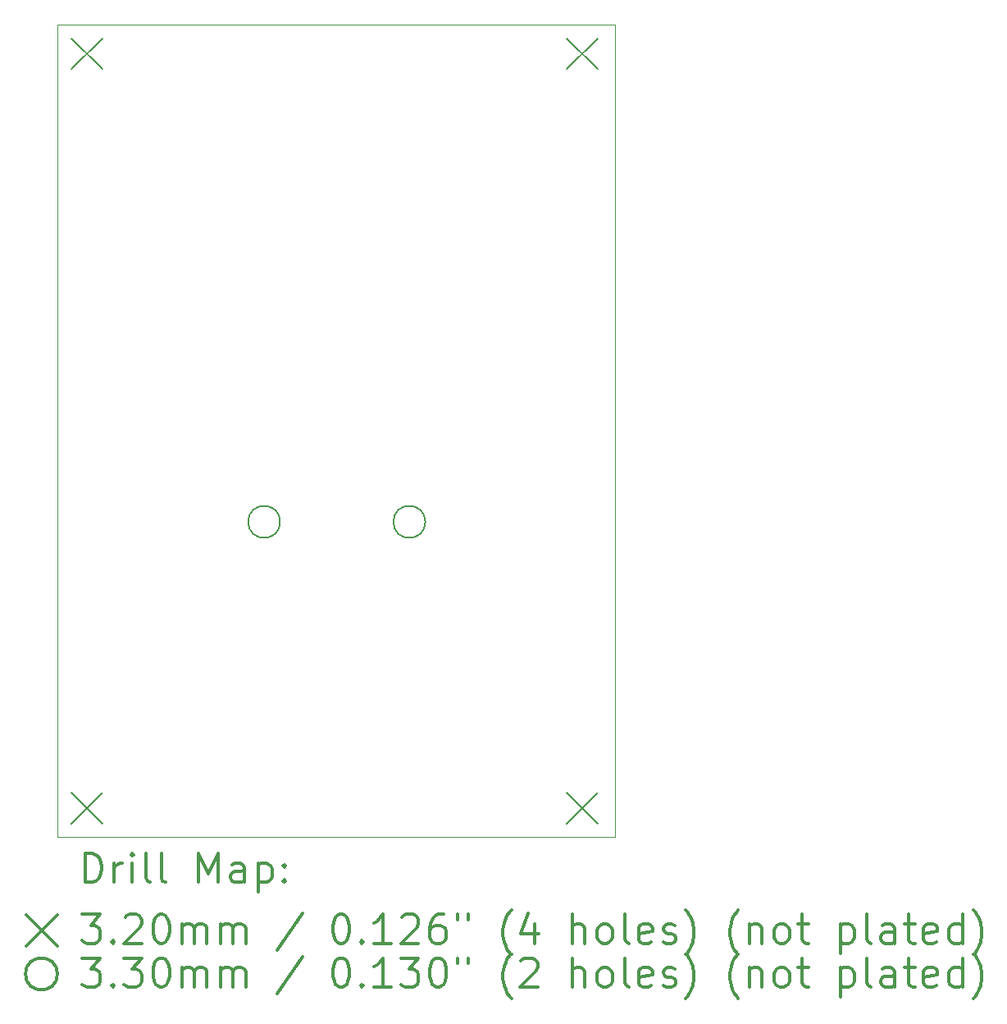
<source format=gbr>
%FSLAX45Y45*%
G04 Gerber Fmt 4.5, Leading zero omitted, Abs format (unit mm)*
G04 Created by KiCad (PCBNEW 5.1.5+dfsg1-2build2) date 2021-11-16 19:48:52*
%MOMM*%
%LPD*%
G04 APERTURE LIST*
%TA.AperFunction,Profile*%
%ADD10C,0.050000*%
%TD*%
%ADD11C,0.200000*%
%ADD12C,0.300000*%
G04 APERTURE END LIST*
D10*
X20868000Y-12954000D02*
X20868000Y-4572000D01*
X15113000Y-12954000D02*
X20868000Y-12954000D01*
X15113000Y-4572000D02*
X20868000Y-4572000D01*
X15113000Y-12954000D02*
X15113000Y-4572000D01*
D11*
X15253000Y-12494000D02*
X15573000Y-12814000D01*
X15573000Y-12494000D02*
X15253000Y-12814000D01*
X20368000Y-12494000D02*
X20688000Y-12814000D01*
X20688000Y-12494000D02*
X20368000Y-12814000D01*
X15253000Y-4712000D02*
X15573000Y-5032000D01*
X15573000Y-4712000D02*
X15253000Y-5032000D01*
X20368000Y-4712000D02*
X20688000Y-5032000D01*
X20688000Y-4712000D02*
X20368000Y-5032000D01*
X17410000Y-9701500D02*
G75*
G03X17410000Y-9701500I-165000J0D01*
G01*
X18909000Y-9701500D02*
G75*
G03X18909000Y-9701500I-165000J0D01*
G01*
D12*
X15396928Y-13422214D02*
X15396928Y-13122214D01*
X15468357Y-13122214D01*
X15511214Y-13136500D01*
X15539786Y-13165071D01*
X15554071Y-13193643D01*
X15568357Y-13250786D01*
X15568357Y-13293643D01*
X15554071Y-13350786D01*
X15539786Y-13379357D01*
X15511214Y-13407929D01*
X15468357Y-13422214D01*
X15396928Y-13422214D01*
X15696928Y-13422214D02*
X15696928Y-13222214D01*
X15696928Y-13279357D02*
X15711214Y-13250786D01*
X15725500Y-13236500D01*
X15754071Y-13222214D01*
X15782643Y-13222214D01*
X15882643Y-13422214D02*
X15882643Y-13222214D01*
X15882643Y-13122214D02*
X15868357Y-13136500D01*
X15882643Y-13150786D01*
X15896928Y-13136500D01*
X15882643Y-13122214D01*
X15882643Y-13150786D01*
X16068357Y-13422214D02*
X16039786Y-13407929D01*
X16025500Y-13379357D01*
X16025500Y-13122214D01*
X16225500Y-13422214D02*
X16196928Y-13407929D01*
X16182643Y-13379357D01*
X16182643Y-13122214D01*
X16568357Y-13422214D02*
X16568357Y-13122214D01*
X16668357Y-13336500D01*
X16768357Y-13122214D01*
X16768357Y-13422214D01*
X17039786Y-13422214D02*
X17039786Y-13265071D01*
X17025500Y-13236500D01*
X16996928Y-13222214D01*
X16939786Y-13222214D01*
X16911214Y-13236500D01*
X17039786Y-13407929D02*
X17011214Y-13422214D01*
X16939786Y-13422214D01*
X16911214Y-13407929D01*
X16896928Y-13379357D01*
X16896928Y-13350786D01*
X16911214Y-13322214D01*
X16939786Y-13307929D01*
X17011214Y-13307929D01*
X17039786Y-13293643D01*
X17182643Y-13222214D02*
X17182643Y-13522214D01*
X17182643Y-13236500D02*
X17211214Y-13222214D01*
X17268357Y-13222214D01*
X17296928Y-13236500D01*
X17311214Y-13250786D01*
X17325500Y-13279357D01*
X17325500Y-13365071D01*
X17311214Y-13393643D01*
X17296928Y-13407929D01*
X17268357Y-13422214D01*
X17211214Y-13422214D01*
X17182643Y-13407929D01*
X17454071Y-13393643D02*
X17468357Y-13407929D01*
X17454071Y-13422214D01*
X17439786Y-13407929D01*
X17454071Y-13393643D01*
X17454071Y-13422214D01*
X17454071Y-13236500D02*
X17468357Y-13250786D01*
X17454071Y-13265071D01*
X17439786Y-13250786D01*
X17454071Y-13236500D01*
X17454071Y-13265071D01*
X14790500Y-13756500D02*
X15110500Y-14076500D01*
X15110500Y-13756500D02*
X14790500Y-14076500D01*
X15368357Y-13752214D02*
X15554071Y-13752214D01*
X15454071Y-13866500D01*
X15496928Y-13866500D01*
X15525500Y-13880786D01*
X15539786Y-13895071D01*
X15554071Y-13923643D01*
X15554071Y-13995071D01*
X15539786Y-14023643D01*
X15525500Y-14037929D01*
X15496928Y-14052214D01*
X15411214Y-14052214D01*
X15382643Y-14037929D01*
X15368357Y-14023643D01*
X15682643Y-14023643D02*
X15696928Y-14037929D01*
X15682643Y-14052214D01*
X15668357Y-14037929D01*
X15682643Y-14023643D01*
X15682643Y-14052214D01*
X15811214Y-13780786D02*
X15825500Y-13766500D01*
X15854071Y-13752214D01*
X15925500Y-13752214D01*
X15954071Y-13766500D01*
X15968357Y-13780786D01*
X15982643Y-13809357D01*
X15982643Y-13837929D01*
X15968357Y-13880786D01*
X15796928Y-14052214D01*
X15982643Y-14052214D01*
X16168357Y-13752214D02*
X16196928Y-13752214D01*
X16225500Y-13766500D01*
X16239786Y-13780786D01*
X16254071Y-13809357D01*
X16268357Y-13866500D01*
X16268357Y-13937929D01*
X16254071Y-13995071D01*
X16239786Y-14023643D01*
X16225500Y-14037929D01*
X16196928Y-14052214D01*
X16168357Y-14052214D01*
X16139786Y-14037929D01*
X16125500Y-14023643D01*
X16111214Y-13995071D01*
X16096928Y-13937929D01*
X16096928Y-13866500D01*
X16111214Y-13809357D01*
X16125500Y-13780786D01*
X16139786Y-13766500D01*
X16168357Y-13752214D01*
X16396928Y-14052214D02*
X16396928Y-13852214D01*
X16396928Y-13880786D02*
X16411214Y-13866500D01*
X16439786Y-13852214D01*
X16482643Y-13852214D01*
X16511214Y-13866500D01*
X16525500Y-13895071D01*
X16525500Y-14052214D01*
X16525500Y-13895071D02*
X16539786Y-13866500D01*
X16568357Y-13852214D01*
X16611214Y-13852214D01*
X16639786Y-13866500D01*
X16654071Y-13895071D01*
X16654071Y-14052214D01*
X16796928Y-14052214D02*
X16796928Y-13852214D01*
X16796928Y-13880786D02*
X16811214Y-13866500D01*
X16839786Y-13852214D01*
X16882643Y-13852214D01*
X16911214Y-13866500D01*
X16925500Y-13895071D01*
X16925500Y-14052214D01*
X16925500Y-13895071D02*
X16939786Y-13866500D01*
X16968357Y-13852214D01*
X17011214Y-13852214D01*
X17039786Y-13866500D01*
X17054071Y-13895071D01*
X17054071Y-14052214D01*
X17639786Y-13737929D02*
X17382643Y-14123643D01*
X18025500Y-13752214D02*
X18054071Y-13752214D01*
X18082643Y-13766500D01*
X18096928Y-13780786D01*
X18111214Y-13809357D01*
X18125500Y-13866500D01*
X18125500Y-13937929D01*
X18111214Y-13995071D01*
X18096928Y-14023643D01*
X18082643Y-14037929D01*
X18054071Y-14052214D01*
X18025500Y-14052214D01*
X17996928Y-14037929D01*
X17982643Y-14023643D01*
X17968357Y-13995071D01*
X17954071Y-13937929D01*
X17954071Y-13866500D01*
X17968357Y-13809357D01*
X17982643Y-13780786D01*
X17996928Y-13766500D01*
X18025500Y-13752214D01*
X18254071Y-14023643D02*
X18268357Y-14037929D01*
X18254071Y-14052214D01*
X18239786Y-14037929D01*
X18254071Y-14023643D01*
X18254071Y-14052214D01*
X18554071Y-14052214D02*
X18382643Y-14052214D01*
X18468357Y-14052214D02*
X18468357Y-13752214D01*
X18439786Y-13795071D01*
X18411214Y-13823643D01*
X18382643Y-13837929D01*
X18668357Y-13780786D02*
X18682643Y-13766500D01*
X18711214Y-13752214D01*
X18782643Y-13752214D01*
X18811214Y-13766500D01*
X18825500Y-13780786D01*
X18839786Y-13809357D01*
X18839786Y-13837929D01*
X18825500Y-13880786D01*
X18654071Y-14052214D01*
X18839786Y-14052214D01*
X19096928Y-13752214D02*
X19039786Y-13752214D01*
X19011214Y-13766500D01*
X18996928Y-13780786D01*
X18968357Y-13823643D01*
X18954071Y-13880786D01*
X18954071Y-13995071D01*
X18968357Y-14023643D01*
X18982643Y-14037929D01*
X19011214Y-14052214D01*
X19068357Y-14052214D01*
X19096928Y-14037929D01*
X19111214Y-14023643D01*
X19125500Y-13995071D01*
X19125500Y-13923643D01*
X19111214Y-13895071D01*
X19096928Y-13880786D01*
X19068357Y-13866500D01*
X19011214Y-13866500D01*
X18982643Y-13880786D01*
X18968357Y-13895071D01*
X18954071Y-13923643D01*
X19239786Y-13752214D02*
X19239786Y-13809357D01*
X19354071Y-13752214D02*
X19354071Y-13809357D01*
X19796928Y-14166500D02*
X19782643Y-14152214D01*
X19754071Y-14109357D01*
X19739786Y-14080786D01*
X19725500Y-14037929D01*
X19711214Y-13966500D01*
X19711214Y-13909357D01*
X19725500Y-13837929D01*
X19739786Y-13795071D01*
X19754071Y-13766500D01*
X19782643Y-13723643D01*
X19796928Y-13709357D01*
X20039786Y-13852214D02*
X20039786Y-14052214D01*
X19968357Y-13737929D02*
X19896928Y-13952214D01*
X20082643Y-13952214D01*
X20425500Y-14052214D02*
X20425500Y-13752214D01*
X20554071Y-14052214D02*
X20554071Y-13895071D01*
X20539786Y-13866500D01*
X20511214Y-13852214D01*
X20468357Y-13852214D01*
X20439786Y-13866500D01*
X20425500Y-13880786D01*
X20739786Y-14052214D02*
X20711214Y-14037929D01*
X20696928Y-14023643D01*
X20682643Y-13995071D01*
X20682643Y-13909357D01*
X20696928Y-13880786D01*
X20711214Y-13866500D01*
X20739786Y-13852214D01*
X20782643Y-13852214D01*
X20811214Y-13866500D01*
X20825500Y-13880786D01*
X20839786Y-13909357D01*
X20839786Y-13995071D01*
X20825500Y-14023643D01*
X20811214Y-14037929D01*
X20782643Y-14052214D01*
X20739786Y-14052214D01*
X21011214Y-14052214D02*
X20982643Y-14037929D01*
X20968357Y-14009357D01*
X20968357Y-13752214D01*
X21239786Y-14037929D02*
X21211214Y-14052214D01*
X21154071Y-14052214D01*
X21125500Y-14037929D01*
X21111214Y-14009357D01*
X21111214Y-13895071D01*
X21125500Y-13866500D01*
X21154071Y-13852214D01*
X21211214Y-13852214D01*
X21239786Y-13866500D01*
X21254071Y-13895071D01*
X21254071Y-13923643D01*
X21111214Y-13952214D01*
X21368357Y-14037929D02*
X21396928Y-14052214D01*
X21454071Y-14052214D01*
X21482643Y-14037929D01*
X21496928Y-14009357D01*
X21496928Y-13995071D01*
X21482643Y-13966500D01*
X21454071Y-13952214D01*
X21411214Y-13952214D01*
X21382643Y-13937929D01*
X21368357Y-13909357D01*
X21368357Y-13895071D01*
X21382643Y-13866500D01*
X21411214Y-13852214D01*
X21454071Y-13852214D01*
X21482643Y-13866500D01*
X21596928Y-14166500D02*
X21611214Y-14152214D01*
X21639786Y-14109357D01*
X21654071Y-14080786D01*
X21668357Y-14037929D01*
X21682643Y-13966500D01*
X21682643Y-13909357D01*
X21668357Y-13837929D01*
X21654071Y-13795071D01*
X21639786Y-13766500D01*
X21611214Y-13723643D01*
X21596928Y-13709357D01*
X22139786Y-14166500D02*
X22125500Y-14152214D01*
X22096928Y-14109357D01*
X22082643Y-14080786D01*
X22068357Y-14037929D01*
X22054071Y-13966500D01*
X22054071Y-13909357D01*
X22068357Y-13837929D01*
X22082643Y-13795071D01*
X22096928Y-13766500D01*
X22125500Y-13723643D01*
X22139786Y-13709357D01*
X22254071Y-13852214D02*
X22254071Y-14052214D01*
X22254071Y-13880786D02*
X22268357Y-13866500D01*
X22296928Y-13852214D01*
X22339786Y-13852214D01*
X22368357Y-13866500D01*
X22382643Y-13895071D01*
X22382643Y-14052214D01*
X22568357Y-14052214D02*
X22539786Y-14037929D01*
X22525500Y-14023643D01*
X22511214Y-13995071D01*
X22511214Y-13909357D01*
X22525500Y-13880786D01*
X22539786Y-13866500D01*
X22568357Y-13852214D01*
X22611214Y-13852214D01*
X22639786Y-13866500D01*
X22654071Y-13880786D01*
X22668357Y-13909357D01*
X22668357Y-13995071D01*
X22654071Y-14023643D01*
X22639786Y-14037929D01*
X22611214Y-14052214D01*
X22568357Y-14052214D01*
X22754071Y-13852214D02*
X22868357Y-13852214D01*
X22796928Y-13752214D02*
X22796928Y-14009357D01*
X22811214Y-14037929D01*
X22839786Y-14052214D01*
X22868357Y-14052214D01*
X23196928Y-13852214D02*
X23196928Y-14152214D01*
X23196928Y-13866500D02*
X23225500Y-13852214D01*
X23282643Y-13852214D01*
X23311214Y-13866500D01*
X23325500Y-13880786D01*
X23339786Y-13909357D01*
X23339786Y-13995071D01*
X23325500Y-14023643D01*
X23311214Y-14037929D01*
X23282643Y-14052214D01*
X23225500Y-14052214D01*
X23196928Y-14037929D01*
X23511214Y-14052214D02*
X23482643Y-14037929D01*
X23468357Y-14009357D01*
X23468357Y-13752214D01*
X23754071Y-14052214D02*
X23754071Y-13895071D01*
X23739786Y-13866500D01*
X23711214Y-13852214D01*
X23654071Y-13852214D01*
X23625500Y-13866500D01*
X23754071Y-14037929D02*
X23725500Y-14052214D01*
X23654071Y-14052214D01*
X23625500Y-14037929D01*
X23611214Y-14009357D01*
X23611214Y-13980786D01*
X23625500Y-13952214D01*
X23654071Y-13937929D01*
X23725500Y-13937929D01*
X23754071Y-13923643D01*
X23854071Y-13852214D02*
X23968357Y-13852214D01*
X23896928Y-13752214D02*
X23896928Y-14009357D01*
X23911214Y-14037929D01*
X23939786Y-14052214D01*
X23968357Y-14052214D01*
X24182643Y-14037929D02*
X24154071Y-14052214D01*
X24096928Y-14052214D01*
X24068357Y-14037929D01*
X24054071Y-14009357D01*
X24054071Y-13895071D01*
X24068357Y-13866500D01*
X24096928Y-13852214D01*
X24154071Y-13852214D01*
X24182643Y-13866500D01*
X24196928Y-13895071D01*
X24196928Y-13923643D01*
X24054071Y-13952214D01*
X24454071Y-14052214D02*
X24454071Y-13752214D01*
X24454071Y-14037929D02*
X24425500Y-14052214D01*
X24368357Y-14052214D01*
X24339786Y-14037929D01*
X24325500Y-14023643D01*
X24311214Y-13995071D01*
X24311214Y-13909357D01*
X24325500Y-13880786D01*
X24339786Y-13866500D01*
X24368357Y-13852214D01*
X24425500Y-13852214D01*
X24454071Y-13866500D01*
X24568357Y-14166500D02*
X24582643Y-14152214D01*
X24611214Y-14109357D01*
X24625500Y-14080786D01*
X24639786Y-14037929D01*
X24654071Y-13966500D01*
X24654071Y-13909357D01*
X24639786Y-13837929D01*
X24625500Y-13795071D01*
X24611214Y-13766500D01*
X24582643Y-13723643D01*
X24568357Y-13709357D01*
X15110500Y-14366500D02*
G75*
G03X15110500Y-14366500I-165000J0D01*
G01*
X15368357Y-14202214D02*
X15554071Y-14202214D01*
X15454071Y-14316500D01*
X15496928Y-14316500D01*
X15525500Y-14330786D01*
X15539786Y-14345071D01*
X15554071Y-14373643D01*
X15554071Y-14445071D01*
X15539786Y-14473643D01*
X15525500Y-14487929D01*
X15496928Y-14502214D01*
X15411214Y-14502214D01*
X15382643Y-14487929D01*
X15368357Y-14473643D01*
X15682643Y-14473643D02*
X15696928Y-14487929D01*
X15682643Y-14502214D01*
X15668357Y-14487929D01*
X15682643Y-14473643D01*
X15682643Y-14502214D01*
X15796928Y-14202214D02*
X15982643Y-14202214D01*
X15882643Y-14316500D01*
X15925500Y-14316500D01*
X15954071Y-14330786D01*
X15968357Y-14345071D01*
X15982643Y-14373643D01*
X15982643Y-14445071D01*
X15968357Y-14473643D01*
X15954071Y-14487929D01*
X15925500Y-14502214D01*
X15839786Y-14502214D01*
X15811214Y-14487929D01*
X15796928Y-14473643D01*
X16168357Y-14202214D02*
X16196928Y-14202214D01*
X16225500Y-14216500D01*
X16239786Y-14230786D01*
X16254071Y-14259357D01*
X16268357Y-14316500D01*
X16268357Y-14387929D01*
X16254071Y-14445071D01*
X16239786Y-14473643D01*
X16225500Y-14487929D01*
X16196928Y-14502214D01*
X16168357Y-14502214D01*
X16139786Y-14487929D01*
X16125500Y-14473643D01*
X16111214Y-14445071D01*
X16096928Y-14387929D01*
X16096928Y-14316500D01*
X16111214Y-14259357D01*
X16125500Y-14230786D01*
X16139786Y-14216500D01*
X16168357Y-14202214D01*
X16396928Y-14502214D02*
X16396928Y-14302214D01*
X16396928Y-14330786D02*
X16411214Y-14316500D01*
X16439786Y-14302214D01*
X16482643Y-14302214D01*
X16511214Y-14316500D01*
X16525500Y-14345071D01*
X16525500Y-14502214D01*
X16525500Y-14345071D02*
X16539786Y-14316500D01*
X16568357Y-14302214D01*
X16611214Y-14302214D01*
X16639786Y-14316500D01*
X16654071Y-14345071D01*
X16654071Y-14502214D01*
X16796928Y-14502214D02*
X16796928Y-14302214D01*
X16796928Y-14330786D02*
X16811214Y-14316500D01*
X16839786Y-14302214D01*
X16882643Y-14302214D01*
X16911214Y-14316500D01*
X16925500Y-14345071D01*
X16925500Y-14502214D01*
X16925500Y-14345071D02*
X16939786Y-14316500D01*
X16968357Y-14302214D01*
X17011214Y-14302214D01*
X17039786Y-14316500D01*
X17054071Y-14345071D01*
X17054071Y-14502214D01*
X17639786Y-14187929D02*
X17382643Y-14573643D01*
X18025500Y-14202214D02*
X18054071Y-14202214D01*
X18082643Y-14216500D01*
X18096928Y-14230786D01*
X18111214Y-14259357D01*
X18125500Y-14316500D01*
X18125500Y-14387929D01*
X18111214Y-14445071D01*
X18096928Y-14473643D01*
X18082643Y-14487929D01*
X18054071Y-14502214D01*
X18025500Y-14502214D01*
X17996928Y-14487929D01*
X17982643Y-14473643D01*
X17968357Y-14445071D01*
X17954071Y-14387929D01*
X17954071Y-14316500D01*
X17968357Y-14259357D01*
X17982643Y-14230786D01*
X17996928Y-14216500D01*
X18025500Y-14202214D01*
X18254071Y-14473643D02*
X18268357Y-14487929D01*
X18254071Y-14502214D01*
X18239786Y-14487929D01*
X18254071Y-14473643D01*
X18254071Y-14502214D01*
X18554071Y-14502214D02*
X18382643Y-14502214D01*
X18468357Y-14502214D02*
X18468357Y-14202214D01*
X18439786Y-14245071D01*
X18411214Y-14273643D01*
X18382643Y-14287929D01*
X18654071Y-14202214D02*
X18839786Y-14202214D01*
X18739786Y-14316500D01*
X18782643Y-14316500D01*
X18811214Y-14330786D01*
X18825500Y-14345071D01*
X18839786Y-14373643D01*
X18839786Y-14445071D01*
X18825500Y-14473643D01*
X18811214Y-14487929D01*
X18782643Y-14502214D01*
X18696928Y-14502214D01*
X18668357Y-14487929D01*
X18654071Y-14473643D01*
X19025500Y-14202214D02*
X19054071Y-14202214D01*
X19082643Y-14216500D01*
X19096928Y-14230786D01*
X19111214Y-14259357D01*
X19125500Y-14316500D01*
X19125500Y-14387929D01*
X19111214Y-14445071D01*
X19096928Y-14473643D01*
X19082643Y-14487929D01*
X19054071Y-14502214D01*
X19025500Y-14502214D01*
X18996928Y-14487929D01*
X18982643Y-14473643D01*
X18968357Y-14445071D01*
X18954071Y-14387929D01*
X18954071Y-14316500D01*
X18968357Y-14259357D01*
X18982643Y-14230786D01*
X18996928Y-14216500D01*
X19025500Y-14202214D01*
X19239786Y-14202214D02*
X19239786Y-14259357D01*
X19354071Y-14202214D02*
X19354071Y-14259357D01*
X19796928Y-14616500D02*
X19782643Y-14602214D01*
X19754071Y-14559357D01*
X19739786Y-14530786D01*
X19725500Y-14487929D01*
X19711214Y-14416500D01*
X19711214Y-14359357D01*
X19725500Y-14287929D01*
X19739786Y-14245071D01*
X19754071Y-14216500D01*
X19782643Y-14173643D01*
X19796928Y-14159357D01*
X19896928Y-14230786D02*
X19911214Y-14216500D01*
X19939786Y-14202214D01*
X20011214Y-14202214D01*
X20039786Y-14216500D01*
X20054071Y-14230786D01*
X20068357Y-14259357D01*
X20068357Y-14287929D01*
X20054071Y-14330786D01*
X19882643Y-14502214D01*
X20068357Y-14502214D01*
X20425500Y-14502214D02*
X20425500Y-14202214D01*
X20554071Y-14502214D02*
X20554071Y-14345071D01*
X20539786Y-14316500D01*
X20511214Y-14302214D01*
X20468357Y-14302214D01*
X20439786Y-14316500D01*
X20425500Y-14330786D01*
X20739786Y-14502214D02*
X20711214Y-14487929D01*
X20696928Y-14473643D01*
X20682643Y-14445071D01*
X20682643Y-14359357D01*
X20696928Y-14330786D01*
X20711214Y-14316500D01*
X20739786Y-14302214D01*
X20782643Y-14302214D01*
X20811214Y-14316500D01*
X20825500Y-14330786D01*
X20839786Y-14359357D01*
X20839786Y-14445071D01*
X20825500Y-14473643D01*
X20811214Y-14487929D01*
X20782643Y-14502214D01*
X20739786Y-14502214D01*
X21011214Y-14502214D02*
X20982643Y-14487929D01*
X20968357Y-14459357D01*
X20968357Y-14202214D01*
X21239786Y-14487929D02*
X21211214Y-14502214D01*
X21154071Y-14502214D01*
X21125500Y-14487929D01*
X21111214Y-14459357D01*
X21111214Y-14345071D01*
X21125500Y-14316500D01*
X21154071Y-14302214D01*
X21211214Y-14302214D01*
X21239786Y-14316500D01*
X21254071Y-14345071D01*
X21254071Y-14373643D01*
X21111214Y-14402214D01*
X21368357Y-14487929D02*
X21396928Y-14502214D01*
X21454071Y-14502214D01*
X21482643Y-14487929D01*
X21496928Y-14459357D01*
X21496928Y-14445071D01*
X21482643Y-14416500D01*
X21454071Y-14402214D01*
X21411214Y-14402214D01*
X21382643Y-14387929D01*
X21368357Y-14359357D01*
X21368357Y-14345071D01*
X21382643Y-14316500D01*
X21411214Y-14302214D01*
X21454071Y-14302214D01*
X21482643Y-14316500D01*
X21596928Y-14616500D02*
X21611214Y-14602214D01*
X21639786Y-14559357D01*
X21654071Y-14530786D01*
X21668357Y-14487929D01*
X21682643Y-14416500D01*
X21682643Y-14359357D01*
X21668357Y-14287929D01*
X21654071Y-14245071D01*
X21639786Y-14216500D01*
X21611214Y-14173643D01*
X21596928Y-14159357D01*
X22139786Y-14616500D02*
X22125500Y-14602214D01*
X22096928Y-14559357D01*
X22082643Y-14530786D01*
X22068357Y-14487929D01*
X22054071Y-14416500D01*
X22054071Y-14359357D01*
X22068357Y-14287929D01*
X22082643Y-14245071D01*
X22096928Y-14216500D01*
X22125500Y-14173643D01*
X22139786Y-14159357D01*
X22254071Y-14302214D02*
X22254071Y-14502214D01*
X22254071Y-14330786D02*
X22268357Y-14316500D01*
X22296928Y-14302214D01*
X22339786Y-14302214D01*
X22368357Y-14316500D01*
X22382643Y-14345071D01*
X22382643Y-14502214D01*
X22568357Y-14502214D02*
X22539786Y-14487929D01*
X22525500Y-14473643D01*
X22511214Y-14445071D01*
X22511214Y-14359357D01*
X22525500Y-14330786D01*
X22539786Y-14316500D01*
X22568357Y-14302214D01*
X22611214Y-14302214D01*
X22639786Y-14316500D01*
X22654071Y-14330786D01*
X22668357Y-14359357D01*
X22668357Y-14445071D01*
X22654071Y-14473643D01*
X22639786Y-14487929D01*
X22611214Y-14502214D01*
X22568357Y-14502214D01*
X22754071Y-14302214D02*
X22868357Y-14302214D01*
X22796928Y-14202214D02*
X22796928Y-14459357D01*
X22811214Y-14487929D01*
X22839786Y-14502214D01*
X22868357Y-14502214D01*
X23196928Y-14302214D02*
X23196928Y-14602214D01*
X23196928Y-14316500D02*
X23225500Y-14302214D01*
X23282643Y-14302214D01*
X23311214Y-14316500D01*
X23325500Y-14330786D01*
X23339786Y-14359357D01*
X23339786Y-14445071D01*
X23325500Y-14473643D01*
X23311214Y-14487929D01*
X23282643Y-14502214D01*
X23225500Y-14502214D01*
X23196928Y-14487929D01*
X23511214Y-14502214D02*
X23482643Y-14487929D01*
X23468357Y-14459357D01*
X23468357Y-14202214D01*
X23754071Y-14502214D02*
X23754071Y-14345071D01*
X23739786Y-14316500D01*
X23711214Y-14302214D01*
X23654071Y-14302214D01*
X23625500Y-14316500D01*
X23754071Y-14487929D02*
X23725500Y-14502214D01*
X23654071Y-14502214D01*
X23625500Y-14487929D01*
X23611214Y-14459357D01*
X23611214Y-14430786D01*
X23625500Y-14402214D01*
X23654071Y-14387929D01*
X23725500Y-14387929D01*
X23754071Y-14373643D01*
X23854071Y-14302214D02*
X23968357Y-14302214D01*
X23896928Y-14202214D02*
X23896928Y-14459357D01*
X23911214Y-14487929D01*
X23939786Y-14502214D01*
X23968357Y-14502214D01*
X24182643Y-14487929D02*
X24154071Y-14502214D01*
X24096928Y-14502214D01*
X24068357Y-14487929D01*
X24054071Y-14459357D01*
X24054071Y-14345071D01*
X24068357Y-14316500D01*
X24096928Y-14302214D01*
X24154071Y-14302214D01*
X24182643Y-14316500D01*
X24196928Y-14345071D01*
X24196928Y-14373643D01*
X24054071Y-14402214D01*
X24454071Y-14502214D02*
X24454071Y-14202214D01*
X24454071Y-14487929D02*
X24425500Y-14502214D01*
X24368357Y-14502214D01*
X24339786Y-14487929D01*
X24325500Y-14473643D01*
X24311214Y-14445071D01*
X24311214Y-14359357D01*
X24325500Y-14330786D01*
X24339786Y-14316500D01*
X24368357Y-14302214D01*
X24425500Y-14302214D01*
X24454071Y-14316500D01*
X24568357Y-14616500D02*
X24582643Y-14602214D01*
X24611214Y-14559357D01*
X24625500Y-14530786D01*
X24639786Y-14487929D01*
X24654071Y-14416500D01*
X24654071Y-14359357D01*
X24639786Y-14287929D01*
X24625500Y-14245071D01*
X24611214Y-14216500D01*
X24582643Y-14173643D01*
X24568357Y-14159357D01*
M02*

</source>
